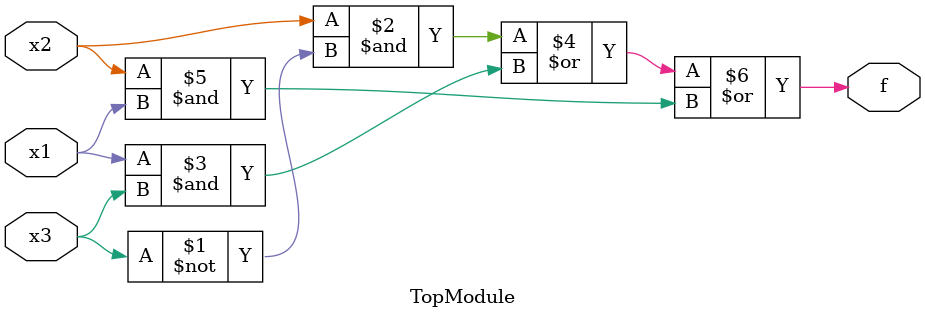
<source format=sv>
module TopModule(
    input wire x3,
    input wire x2,
    input wire x1,
    output wire f
);

    assign f = (x2 & ~x3) | (x1 & x3) | (x2 & x1);

endmodule
</source>
